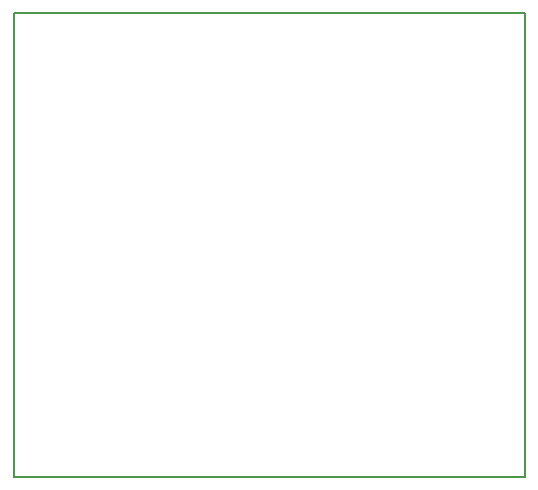
<source format=gm1>
G04 MADE WITH FRITZING*
G04 WWW.FRITZING.ORG*
G04 SINGLE SIDED*
G04 HOLES NOT PLATED*
G04 CONTOUR ON CENTER OF CONTOUR VECTOR*
%ASAXBY*%
%FSLAX23Y23*%
%MOIN*%
%OFA0B0*%
%SFA1.0B1.0*%
%ADD10R,1.710140X1.555700*%
%ADD11C,0.008000*%
%ADD10C,0.008*%
%LNCONTOUR*%
G90*
G70*
G54D10*
G54D11*
X4Y1552D02*
X1706Y1552D01*
X1706Y4D01*
X4Y4D01*
X4Y1552D01*
D02*
G04 End of contour*
M02*
</source>
